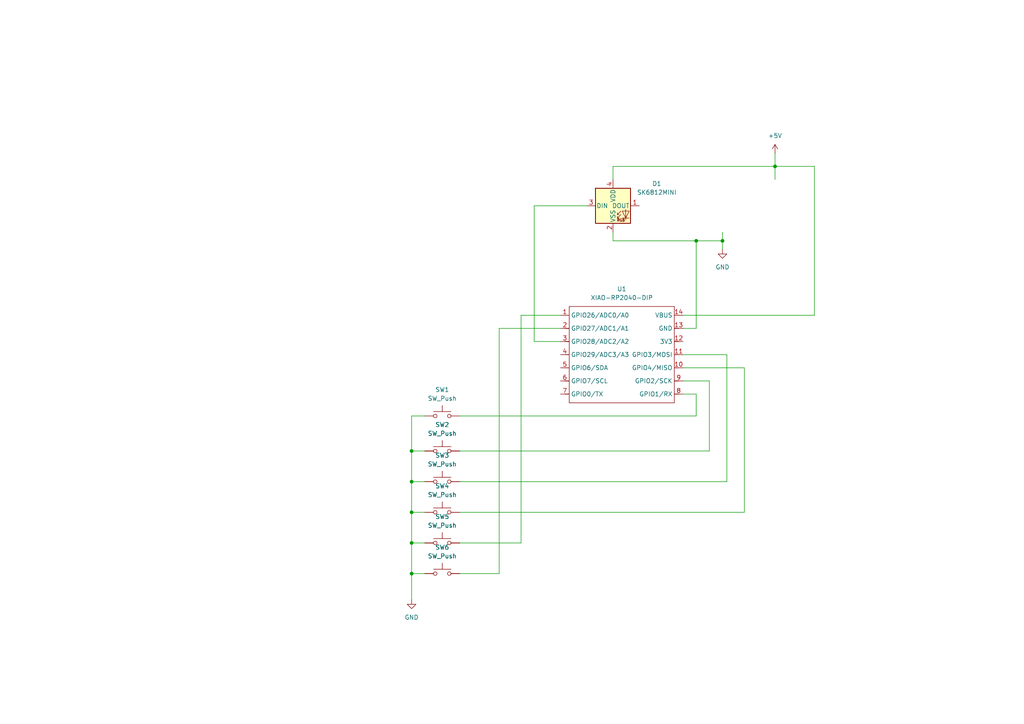
<source format=kicad_sch>
(kicad_sch
	(version 20250114)
	(generator "eeschema")
	(generator_version "9.0")
	(uuid "e983a2ca-16f0-4a09-bf22-026fa4a67b8b")
	(paper "A4")
	(lib_symbols
		(symbol "LED:SK6812MINI"
			(pin_names
				(offset 0.254)
			)
			(exclude_from_sim no)
			(in_bom yes)
			(on_board yes)
			(property "Reference" "D"
				(at 5.08 5.715 0)
				(effects
					(font
						(size 1.27 1.27)
					)
					(justify right bottom)
				)
			)
			(property "Value" "SK6812MINI"
				(at 1.27 -5.715 0)
				(effects
					(font
						(size 1.27 1.27)
					)
					(justify left top)
				)
			)
			(property "Footprint" "LED_SMD:LED_SK6812MINI_PLCC4_3.5x3.5mm_P1.75mm"
				(at 1.27 -7.62 0)
				(effects
					(font
						(size 1.27 1.27)
					)
					(justify left top)
					(hide yes)
				)
			)
			(property "Datasheet" "https://cdn-shop.adafruit.com/product-files/2686/SK6812MINI_REV.01-1-2.pdf"
				(at 2.54 -9.525 0)
				(effects
					(font
						(size 1.27 1.27)
					)
					(justify left top)
					(hide yes)
				)
			)
			(property "Description" "RGB LED with integrated controller"
				(at 0 0 0)
				(effects
					(font
						(size 1.27 1.27)
					)
					(hide yes)
				)
			)
			(property "ki_keywords" "RGB LED NeoPixel Mini addressable"
				(at 0 0 0)
				(effects
					(font
						(size 1.27 1.27)
					)
					(hide yes)
				)
			)
			(property "ki_fp_filters" "LED*SK6812MINI*PLCC*3.5x3.5mm*P1.75mm*"
				(at 0 0 0)
				(effects
					(font
						(size 1.27 1.27)
					)
					(hide yes)
				)
			)
			(symbol "SK6812MINI_0_0"
				(text "RGB"
					(at 2.286 -4.191 0)
					(effects
						(font
							(size 0.762 0.762)
						)
					)
				)
			)
			(symbol "SK6812MINI_0_1"
				(polyline
					(pts
						(xy 1.27 -2.54) (xy 1.778 -2.54)
					)
					(stroke
						(width 0)
						(type default)
					)
					(fill
						(type none)
					)
				)
				(polyline
					(pts
						(xy 1.27 -3.556) (xy 1.778 -3.556)
					)
					(stroke
						(width 0)
						(type default)
					)
					(fill
						(type none)
					)
				)
				(polyline
					(pts
						(xy 2.286 -1.524) (xy 1.27 -2.54) (xy 1.27 -2.032)
					)
					(stroke
						(width 0)
						(type default)
					)
					(fill
						(type none)
					)
				)
				(polyline
					(pts
						(xy 2.286 -2.54) (xy 1.27 -3.556) (xy 1.27 -3.048)
					)
					(stroke
						(width 0)
						(type default)
					)
					(fill
						(type none)
					)
				)
				(polyline
					(pts
						(xy 3.683 -1.016) (xy 3.683 -3.556) (xy 3.683 -4.064)
					)
					(stroke
						(width 0)
						(type default)
					)
					(fill
						(type none)
					)
				)
				(polyline
					(pts
						(xy 4.699 -1.524) (xy 2.667 -1.524) (xy 3.683 -3.556) (xy 4.699 -1.524)
					)
					(stroke
						(width 0)
						(type default)
					)
					(fill
						(type none)
					)
				)
				(polyline
					(pts
						(xy 4.699 -3.556) (xy 2.667 -3.556)
					)
					(stroke
						(width 0)
						(type default)
					)
					(fill
						(type none)
					)
				)
				(rectangle
					(start 5.08 5.08)
					(end -5.08 -5.08)
					(stroke
						(width 0.254)
						(type default)
					)
					(fill
						(type background)
					)
				)
			)
			(symbol "SK6812MINI_1_1"
				(pin input line
					(at -7.62 0 0)
					(length 2.54)
					(name "DIN"
						(effects
							(font
								(size 1.27 1.27)
							)
						)
					)
					(number "3"
						(effects
							(font
								(size 1.27 1.27)
							)
						)
					)
				)
				(pin power_in line
					(at 0 7.62 270)
					(length 2.54)
					(name "VDD"
						(effects
							(font
								(size 1.27 1.27)
							)
						)
					)
					(number "4"
						(effects
							(font
								(size 1.27 1.27)
							)
						)
					)
				)
				(pin power_in line
					(at 0 -7.62 90)
					(length 2.54)
					(name "VSS"
						(effects
							(font
								(size 1.27 1.27)
							)
						)
					)
					(number "2"
						(effects
							(font
								(size 1.27 1.27)
							)
						)
					)
				)
				(pin output line
					(at 7.62 0 180)
					(length 2.54)
					(name "DOUT"
						(effects
							(font
								(size 1.27 1.27)
							)
						)
					)
					(number "1"
						(effects
							(font
								(size 1.27 1.27)
							)
						)
					)
				)
			)
			(embedded_fonts no)
		)
		(symbol "Switch:SW_Push"
			(pin_numbers
				(hide yes)
			)
			(pin_names
				(offset 1.016)
				(hide yes)
			)
			(exclude_from_sim no)
			(in_bom yes)
			(on_board yes)
			(property "Reference" "SW"
				(at 1.27 2.54 0)
				(effects
					(font
						(size 1.27 1.27)
					)
					(justify left)
				)
			)
			(property "Value" "SW_Push"
				(at 0 -1.524 0)
				(effects
					(font
						(size 1.27 1.27)
					)
				)
			)
			(property "Footprint" ""
				(at 0 5.08 0)
				(effects
					(font
						(size 1.27 1.27)
					)
					(hide yes)
				)
			)
			(property "Datasheet" "~"
				(at 0 5.08 0)
				(effects
					(font
						(size 1.27 1.27)
					)
					(hide yes)
				)
			)
			(property "Description" "Push button switch, generic, two pins"
				(at 0 0 0)
				(effects
					(font
						(size 1.27 1.27)
					)
					(hide yes)
				)
			)
			(property "ki_keywords" "switch normally-open pushbutton push-button"
				(at 0 0 0)
				(effects
					(font
						(size 1.27 1.27)
					)
					(hide yes)
				)
			)
			(symbol "SW_Push_0_1"
				(circle
					(center -2.032 0)
					(radius 0.508)
					(stroke
						(width 0)
						(type default)
					)
					(fill
						(type none)
					)
				)
				(polyline
					(pts
						(xy 0 1.27) (xy 0 3.048)
					)
					(stroke
						(width 0)
						(type default)
					)
					(fill
						(type none)
					)
				)
				(circle
					(center 2.032 0)
					(radius 0.508)
					(stroke
						(width 0)
						(type default)
					)
					(fill
						(type none)
					)
				)
				(polyline
					(pts
						(xy 2.54 1.27) (xy -2.54 1.27)
					)
					(stroke
						(width 0)
						(type default)
					)
					(fill
						(type none)
					)
				)
				(pin passive line
					(at -5.08 0 0)
					(length 2.54)
					(name "1"
						(effects
							(font
								(size 1.27 1.27)
							)
						)
					)
					(number "1"
						(effects
							(font
								(size 1.27 1.27)
							)
						)
					)
				)
				(pin passive line
					(at 5.08 0 180)
					(length 2.54)
					(name "2"
						(effects
							(font
								(size 1.27 1.27)
							)
						)
					)
					(number "2"
						(effects
							(font
								(size 1.27 1.27)
							)
						)
					)
				)
			)
			(embedded_fonts no)
		)
		(symbol "power:+5V"
			(power)
			(pin_numbers
				(hide yes)
			)
			(pin_names
				(offset 0)
				(hide yes)
			)
			(exclude_from_sim no)
			(in_bom yes)
			(on_board yes)
			(property "Reference" "#PWR"
				(at 0 -3.81 0)
				(effects
					(font
						(size 1.27 1.27)
					)
					(hide yes)
				)
			)
			(property "Value" "+5V"
				(at 0 3.556 0)
				(effects
					(font
						(size 1.27 1.27)
					)
				)
			)
			(property "Footprint" ""
				(at 0 0 0)
				(effects
					(font
						(size 1.27 1.27)
					)
					(hide yes)
				)
			)
			(property "Datasheet" ""
				(at 0 0 0)
				(effects
					(font
						(size 1.27 1.27)
					)
					(hide yes)
				)
			)
			(property "Description" "Power symbol creates a global label with name \"+5V\""
				(at 0 0 0)
				(effects
					(font
						(size 1.27 1.27)
					)
					(hide yes)
				)
			)
			(property "ki_keywords" "global power"
				(at 0 0 0)
				(effects
					(font
						(size 1.27 1.27)
					)
					(hide yes)
				)
			)
			(symbol "+5V_0_1"
				(polyline
					(pts
						(xy -0.762 1.27) (xy 0 2.54)
					)
					(stroke
						(width 0)
						(type default)
					)
					(fill
						(type none)
					)
				)
				(polyline
					(pts
						(xy 0 2.54) (xy 0.762 1.27)
					)
					(stroke
						(width 0)
						(type default)
					)
					(fill
						(type none)
					)
				)
				(polyline
					(pts
						(xy 0 0) (xy 0 2.54)
					)
					(stroke
						(width 0)
						(type default)
					)
					(fill
						(type none)
					)
				)
			)
			(symbol "+5V_1_1"
				(pin power_in line
					(at 0 0 90)
					(length 0)
					(name "~"
						(effects
							(font
								(size 1.27 1.27)
							)
						)
					)
					(number "1"
						(effects
							(font
								(size 1.27 1.27)
							)
						)
					)
				)
			)
			(embedded_fonts no)
		)
		(symbol "power:GND"
			(power)
			(pin_numbers
				(hide yes)
			)
			(pin_names
				(offset 0)
				(hide yes)
			)
			(exclude_from_sim no)
			(in_bom yes)
			(on_board yes)
			(property "Reference" "#PWR"
				(at 0 -6.35 0)
				(effects
					(font
						(size 1.27 1.27)
					)
					(hide yes)
				)
			)
			(property "Value" "GND"
				(at 0 -3.81 0)
				(effects
					(font
						(size 1.27 1.27)
					)
				)
			)
			(property "Footprint" ""
				(at 0 0 0)
				(effects
					(font
						(size 1.27 1.27)
					)
					(hide yes)
				)
			)
			(property "Datasheet" ""
				(at 0 0 0)
				(effects
					(font
						(size 1.27 1.27)
					)
					(hide yes)
				)
			)
			(property "Description" "Power symbol creates a global label with name \"GND\" , ground"
				(at 0 0 0)
				(effects
					(font
						(size 1.27 1.27)
					)
					(hide yes)
				)
			)
			(property "ki_keywords" "global power"
				(at 0 0 0)
				(effects
					(font
						(size 1.27 1.27)
					)
					(hide yes)
				)
			)
			(symbol "GND_0_1"
				(polyline
					(pts
						(xy 0 0) (xy 0 -1.27) (xy 1.27 -1.27) (xy 0 -2.54) (xy -1.27 -1.27) (xy 0 -1.27)
					)
					(stroke
						(width 0)
						(type default)
					)
					(fill
						(type none)
					)
				)
			)
			(symbol "GND_1_1"
				(pin power_in line
					(at 0 0 270)
					(length 0)
					(name "~"
						(effects
							(font
								(size 1.27 1.27)
							)
						)
					)
					(number "1"
						(effects
							(font
								(size 1.27 1.27)
							)
						)
					)
				)
			)
			(embedded_fonts no)
		)
		(symbol "sos:XIAO-RP2040-DIP"
			(exclude_from_sim no)
			(in_bom yes)
			(on_board yes)
			(property "Reference" "U"
				(at 0 0 0)
				(effects
					(font
						(size 1.27 1.27)
					)
				)
			)
			(property "Value" "XIAO-RP2040-DIP"
				(at 5.334 -1.778 0)
				(effects
					(font
						(size 1.27 1.27)
					)
				)
			)
			(property "Footprint" "Module:MOUDLE14P-XIAO-DIP-SMD"
				(at 14.478 -32.258 0)
				(effects
					(font
						(size 1.27 1.27)
					)
					(hide yes)
				)
			)
			(property "Datasheet" ""
				(at 0 0 0)
				(effects
					(font
						(size 1.27 1.27)
					)
					(hide yes)
				)
			)
			(property "Description" ""
				(at 0 0 0)
				(effects
					(font
						(size 1.27 1.27)
					)
					(hide yes)
				)
			)
			(symbol "XIAO-RP2040-DIP_1_0"
				(polyline
					(pts
						(xy -1.27 -2.54) (xy 29.21 -2.54)
					)
					(stroke
						(width 0.1524)
						(type solid)
					)
					(fill
						(type none)
					)
				)
				(polyline
					(pts
						(xy -1.27 -5.08) (xy -2.54 -5.08)
					)
					(stroke
						(width 0.1524)
						(type solid)
					)
					(fill
						(type none)
					)
				)
				(polyline
					(pts
						(xy -1.27 -5.08) (xy -1.27 -2.54)
					)
					(stroke
						(width 0.1524)
						(type solid)
					)
					(fill
						(type none)
					)
				)
				(polyline
					(pts
						(xy -1.27 -8.89) (xy -2.54 -8.89)
					)
					(stroke
						(width 0.1524)
						(type solid)
					)
					(fill
						(type none)
					)
				)
				(polyline
					(pts
						(xy -1.27 -8.89) (xy -1.27 -5.08)
					)
					(stroke
						(width 0.1524)
						(type solid)
					)
					(fill
						(type none)
					)
				)
				(polyline
					(pts
						(xy -1.27 -12.7) (xy -2.54 -12.7)
					)
					(stroke
						(width 0.1524)
						(type solid)
					)
					(fill
						(type none)
					)
				)
				(polyline
					(pts
						(xy -1.27 -12.7) (xy -1.27 -8.89)
					)
					(stroke
						(width 0.1524)
						(type solid)
					)
					(fill
						(type none)
					)
				)
				(polyline
					(pts
						(xy -1.27 -16.51) (xy -2.54 -16.51)
					)
					(stroke
						(width 0.1524)
						(type solid)
					)
					(fill
						(type none)
					)
				)
				(polyline
					(pts
						(xy -1.27 -16.51) (xy -1.27 -12.7)
					)
					(stroke
						(width 0.1524)
						(type solid)
					)
					(fill
						(type none)
					)
				)
				(polyline
					(pts
						(xy -1.27 -20.32) (xy -2.54 -20.32)
					)
					(stroke
						(width 0.1524)
						(type solid)
					)
					(fill
						(type none)
					)
				)
				(polyline
					(pts
						(xy -1.27 -24.13) (xy -2.54 -24.13)
					)
					(stroke
						(width 0.1524)
						(type solid)
					)
					(fill
						(type none)
					)
				)
				(polyline
					(pts
						(xy -1.27 -27.94) (xy -2.54 -27.94)
					)
					(stroke
						(width 0.1524)
						(type solid)
					)
					(fill
						(type none)
					)
				)
				(polyline
					(pts
						(xy -1.27 -30.48) (xy -1.27 -16.51)
					)
					(stroke
						(width 0.1524)
						(type solid)
					)
					(fill
						(type none)
					)
				)
				(polyline
					(pts
						(xy 29.21 -2.54) (xy 29.21 -5.08)
					)
					(stroke
						(width 0.1524)
						(type solid)
					)
					(fill
						(type none)
					)
				)
				(polyline
					(pts
						(xy 29.21 -5.08) (xy 29.21 -8.89)
					)
					(stroke
						(width 0.1524)
						(type solid)
					)
					(fill
						(type none)
					)
				)
				(polyline
					(pts
						(xy 29.21 -8.89) (xy 29.21 -12.7)
					)
					(stroke
						(width 0.1524)
						(type solid)
					)
					(fill
						(type none)
					)
				)
				(polyline
					(pts
						(xy 29.21 -12.7) (xy 29.21 -30.48)
					)
					(stroke
						(width 0.1524)
						(type solid)
					)
					(fill
						(type none)
					)
				)
				(polyline
					(pts
						(xy 29.21 -30.48) (xy -1.27 -30.48)
					)
					(stroke
						(width 0.1524)
						(type solid)
					)
					(fill
						(type none)
					)
				)
				(polyline
					(pts
						(xy 30.48 -5.08) (xy 29.21 -5.08)
					)
					(stroke
						(width 0.1524)
						(type solid)
					)
					(fill
						(type none)
					)
				)
				(polyline
					(pts
						(xy 30.48 -8.89) (xy 29.21 -8.89)
					)
					(stroke
						(width 0.1524)
						(type solid)
					)
					(fill
						(type none)
					)
				)
				(polyline
					(pts
						(xy 30.48 -12.7) (xy 29.21 -12.7)
					)
					(stroke
						(width 0.1524)
						(type solid)
					)
					(fill
						(type none)
					)
				)
				(polyline
					(pts
						(xy 30.48 -16.51) (xy 29.21 -16.51)
					)
					(stroke
						(width 0.1524)
						(type solid)
					)
					(fill
						(type none)
					)
				)
				(polyline
					(pts
						(xy 30.48 -20.32) (xy 29.21 -20.32)
					)
					(stroke
						(width 0.1524)
						(type solid)
					)
					(fill
						(type none)
					)
				)
				(polyline
					(pts
						(xy 30.48 -24.13) (xy 29.21 -24.13)
					)
					(stroke
						(width 0.1524)
						(type solid)
					)
					(fill
						(type none)
					)
				)
				(polyline
					(pts
						(xy 30.48 -27.94) (xy 29.21 -27.94)
					)
					(stroke
						(width 0.1524)
						(type solid)
					)
					(fill
						(type none)
					)
				)
				(pin passive line
					(at -3.81 -5.08 0)
					(length 2.54)
					(name "GPIO26/ADC0/A0"
						(effects
							(font
								(size 1.27 1.27)
							)
						)
					)
					(number "1"
						(effects
							(font
								(size 1.27 1.27)
							)
						)
					)
				)
				(pin passive line
					(at -3.81 -8.89 0)
					(length 2.54)
					(name "GPIO27/ADC1/A1"
						(effects
							(font
								(size 1.27 1.27)
							)
						)
					)
					(number "2"
						(effects
							(font
								(size 1.27 1.27)
							)
						)
					)
				)
				(pin passive line
					(at -3.81 -12.7 0)
					(length 2.54)
					(name "GPIO28/ADC2/A2"
						(effects
							(font
								(size 1.27 1.27)
							)
						)
					)
					(number "3"
						(effects
							(font
								(size 1.27 1.27)
							)
						)
					)
				)
				(pin passive line
					(at -3.81 -16.51 0)
					(length 2.54)
					(name "GPIO29/ADC3/A3"
						(effects
							(font
								(size 1.27 1.27)
							)
						)
					)
					(number "4"
						(effects
							(font
								(size 1.27 1.27)
							)
						)
					)
				)
				(pin passive line
					(at -3.81 -20.32 0)
					(length 2.54)
					(name "GPIO6/SDA"
						(effects
							(font
								(size 1.27 1.27)
							)
						)
					)
					(number "5"
						(effects
							(font
								(size 1.27 1.27)
							)
						)
					)
				)
				(pin passive line
					(at -3.81 -24.13 0)
					(length 2.54)
					(name "GPIO7/SCL"
						(effects
							(font
								(size 1.27 1.27)
							)
						)
					)
					(number "6"
						(effects
							(font
								(size 1.27 1.27)
							)
						)
					)
				)
				(pin passive line
					(at -3.81 -27.94 0)
					(length 2.54)
					(name "GPIO0/TX"
						(effects
							(font
								(size 1.27 1.27)
							)
						)
					)
					(number "7"
						(effects
							(font
								(size 1.27 1.27)
							)
						)
					)
				)
				(pin passive line
					(at 31.75 -5.08 180)
					(length 2.54)
					(name "VBUS"
						(effects
							(font
								(size 1.27 1.27)
							)
						)
					)
					(number "14"
						(effects
							(font
								(size 1.27 1.27)
							)
						)
					)
				)
				(pin passive line
					(at 31.75 -8.89 180)
					(length 2.54)
					(name "GND"
						(effects
							(font
								(size 1.27 1.27)
							)
						)
					)
					(number "13"
						(effects
							(font
								(size 1.27 1.27)
							)
						)
					)
				)
				(pin passive line
					(at 31.75 -12.7 180)
					(length 2.54)
					(name "3V3"
						(effects
							(font
								(size 1.27 1.27)
							)
						)
					)
					(number "12"
						(effects
							(font
								(size 1.27 1.27)
							)
						)
					)
				)
				(pin passive line
					(at 31.75 -16.51 180)
					(length 2.54)
					(name "GPIO3/MOSI"
						(effects
							(font
								(size 1.27 1.27)
							)
						)
					)
					(number "11"
						(effects
							(font
								(size 1.27 1.27)
							)
						)
					)
				)
				(pin passive line
					(at 31.75 -20.32 180)
					(length 2.54)
					(name "GPIO4/MISO"
						(effects
							(font
								(size 1.27 1.27)
							)
						)
					)
					(number "10"
						(effects
							(font
								(size 1.27 1.27)
							)
						)
					)
				)
				(pin passive line
					(at 31.75 -24.13 180)
					(length 2.54)
					(name "GPIO2/SCK"
						(effects
							(font
								(size 1.27 1.27)
							)
						)
					)
					(number "9"
						(effects
							(font
								(size 1.27 1.27)
							)
						)
					)
				)
				(pin passive line
					(at 31.75 -27.94 180)
					(length 2.54)
					(name "GPIO1/RX"
						(effects
							(font
								(size 1.27 1.27)
							)
						)
					)
					(number "8"
						(effects
							(font
								(size 1.27 1.27)
							)
						)
					)
				)
			)
			(embedded_fonts no)
		)
	)
	(junction
		(at 119.38 148.59)
		(diameter 0)
		(color 0 0 0 0)
		(uuid "1eb7b770-7463-414f-841c-64e40a16643c")
	)
	(junction
		(at 119.38 166.37)
		(diameter 0)
		(color 0 0 0 0)
		(uuid "20d286ce-b222-4858-a41f-691ca2a8e0ae")
	)
	(junction
		(at 209.55 69.85)
		(diameter 0)
		(color 0 0 0 0)
		(uuid "2ddf8223-6fb5-4601-866d-123120f9b5bc")
	)
	(junction
		(at 224.79 48.26)
		(diameter 0)
		(color 0 0 0 0)
		(uuid "426b9660-60d9-46f2-951c-34d82d5b9195")
	)
	(junction
		(at 119.38 130.81)
		(diameter 0)
		(color 0 0 0 0)
		(uuid "8bc9135a-d877-401c-9f11-569bb54297d8")
	)
	(junction
		(at 201.93 69.85)
		(diameter 0)
		(color 0 0 0 0)
		(uuid "9860a8a1-0596-4b39-8363-80e374190ce5")
	)
	(junction
		(at 119.38 139.7)
		(diameter 0)
		(color 0 0 0 0)
		(uuid "ceef50d7-b1c3-49ad-96fc-5c94ccf758be")
	)
	(junction
		(at 119.38 157.48)
		(diameter 0)
		(color 0 0 0 0)
		(uuid "f61d11c5-43da-47cb-9061-5ecb0ebca538")
	)
	(wire
		(pts
			(xy 201.93 69.85) (xy 209.55 69.85)
		)
		(stroke
			(width 0)
			(type default)
		)
		(uuid "034dee4f-f92e-4c8d-a750-5863b7a92fbb")
	)
	(wire
		(pts
			(xy 215.9 106.68) (xy 198.12 106.68)
		)
		(stroke
			(width 0)
			(type default)
		)
		(uuid "038b5ec4-4eb9-4c47-be12-9f7ec2270bd3")
	)
	(wire
		(pts
			(xy 119.38 148.59) (xy 119.38 157.48)
		)
		(stroke
			(width 0)
			(type default)
		)
		(uuid "04832e4a-b3a1-4545-87fd-351a7964dcc5")
	)
	(wire
		(pts
			(xy 215.9 148.59) (xy 215.9 106.68)
		)
		(stroke
			(width 0)
			(type default)
		)
		(uuid "078ae053-ffe5-49f4-924a-55d843de285f")
	)
	(wire
		(pts
			(xy 236.22 91.44) (xy 236.22 48.26)
		)
		(stroke
			(width 0)
			(type default)
		)
		(uuid "0875f0ad-9b0f-4eda-98db-3c7bea47181f")
	)
	(wire
		(pts
			(xy 119.38 130.81) (xy 123.19 130.81)
		)
		(stroke
			(width 0)
			(type default)
		)
		(uuid "0de39bc4-9b75-4931-87a7-d95030e171f5")
	)
	(wire
		(pts
			(xy 119.38 157.48) (xy 123.19 157.48)
		)
		(stroke
			(width 0)
			(type default)
		)
		(uuid "0eac67d3-3d2d-4533-9130-a7f86cd461d0")
	)
	(wire
		(pts
			(xy 133.35 120.65) (xy 201.93 120.65)
		)
		(stroke
			(width 0)
			(type default)
		)
		(uuid "100ea1d7-32e6-4061-b199-ee86495b131e")
	)
	(wire
		(pts
			(xy 133.35 157.48) (xy 151.13 157.48)
		)
		(stroke
			(width 0)
			(type default)
		)
		(uuid "14547bc8-78d3-476d-88ac-07a5388c987d")
	)
	(wire
		(pts
			(xy 177.8 48.26) (xy 224.79 48.26)
		)
		(stroke
			(width 0)
			(type default)
		)
		(uuid "2e94e456-106c-4f34-843a-46ae0dd93687")
	)
	(wire
		(pts
			(xy 177.8 67.31) (xy 177.8 69.85)
		)
		(stroke
			(width 0)
			(type default)
		)
		(uuid "2f5bf04f-6f5e-49f4-920b-cdc38e43a7e5")
	)
	(wire
		(pts
			(xy 119.38 130.81) (xy 119.38 139.7)
		)
		(stroke
			(width 0)
			(type default)
		)
		(uuid "35f88be3-7968-4151-bb73-613c24203afa")
	)
	(wire
		(pts
			(xy 119.38 139.7) (xy 119.38 148.59)
		)
		(stroke
			(width 0)
			(type default)
		)
		(uuid "36ed1c1e-5e21-4330-a111-6050f29d443d")
	)
	(wire
		(pts
			(xy 119.38 148.59) (xy 123.19 148.59)
		)
		(stroke
			(width 0)
			(type default)
		)
		(uuid "3c23a868-6a49-4e65-9be4-9fbc6bc7e924")
	)
	(wire
		(pts
			(xy 210.82 139.7) (xy 210.82 102.87)
		)
		(stroke
			(width 0)
			(type default)
		)
		(uuid "4610752a-0345-4775-b9e4-9682fe9ef8ae")
	)
	(wire
		(pts
			(xy 205.74 130.81) (xy 205.74 110.49)
		)
		(stroke
			(width 0)
			(type default)
		)
		(uuid "4aae7760-5459-4428-9ba0-f7559bc498c9")
	)
	(wire
		(pts
			(xy 154.94 99.06) (xy 154.94 59.69)
		)
		(stroke
			(width 0)
			(type default)
		)
		(uuid "4b9e6a1f-236b-4706-8356-273741a225b2")
	)
	(wire
		(pts
			(xy 198.12 95.25) (xy 201.93 95.25)
		)
		(stroke
			(width 0)
			(type default)
		)
		(uuid "4c663add-88cf-4a1d-b4ac-fe8cab09fb38")
	)
	(wire
		(pts
			(xy 201.93 120.65) (xy 201.93 114.3)
		)
		(stroke
			(width 0)
			(type default)
		)
		(uuid "4ca8a10b-0103-47d3-a4e7-d5212c974ca3")
	)
	(wire
		(pts
			(xy 133.35 130.81) (xy 205.74 130.81)
		)
		(stroke
			(width 0)
			(type default)
		)
		(uuid "4e91d675-f61d-4193-b94f-4b32f82c96cb")
	)
	(wire
		(pts
			(xy 201.93 114.3) (xy 198.12 114.3)
		)
		(stroke
			(width 0)
			(type default)
		)
		(uuid "4f5d218b-743d-4537-9496-76e13cd15629")
	)
	(wire
		(pts
			(xy 209.55 69.85) (xy 209.55 67.31)
		)
		(stroke
			(width 0)
			(type default)
		)
		(uuid "5fde1eed-ac37-4bea-9ffb-4a5b76d7409b")
	)
	(wire
		(pts
			(xy 154.94 59.69) (xy 170.18 59.69)
		)
		(stroke
			(width 0)
			(type default)
		)
		(uuid "656e5c25-a388-4f15-ae09-a14d21111aaa")
	)
	(wire
		(pts
			(xy 133.35 139.7) (xy 210.82 139.7)
		)
		(stroke
			(width 0)
			(type default)
		)
		(uuid "68cf1a6c-bc1e-46b4-9a15-447c2ccd7349")
	)
	(wire
		(pts
			(xy 210.82 102.87) (xy 198.12 102.87)
		)
		(stroke
			(width 0)
			(type default)
		)
		(uuid "70eaff8c-567c-4b84-a28a-eb7b0be761e2")
	)
	(wire
		(pts
			(xy 144.78 166.37) (xy 144.78 95.25)
		)
		(stroke
			(width 0)
			(type default)
		)
		(uuid "7146b71d-f37a-495e-907f-94f215d35c82")
	)
	(wire
		(pts
			(xy 119.38 166.37) (xy 119.38 173.99)
		)
		(stroke
			(width 0)
			(type default)
		)
		(uuid "7c2693ea-9672-4aed-98c8-6b29b0d50a62")
	)
	(wire
		(pts
			(xy 236.22 48.26) (xy 224.79 48.26)
		)
		(stroke
			(width 0)
			(type default)
		)
		(uuid "7fdde572-5158-4e6f-85c3-3395548a2f40")
	)
	(wire
		(pts
			(xy 209.55 69.85) (xy 209.55 72.39)
		)
		(stroke
			(width 0)
			(type default)
		)
		(uuid "865be45e-8350-4613-800c-5755612d27ac")
	)
	(wire
		(pts
			(xy 119.38 166.37) (xy 123.19 166.37)
		)
		(stroke
			(width 0)
			(type default)
		)
		(uuid "903e9695-6759-4cba-b4d4-27de980ba798")
	)
	(wire
		(pts
			(xy 119.38 120.65) (xy 119.38 130.81)
		)
		(stroke
			(width 0)
			(type default)
		)
		(uuid "90f1ff85-427c-41d1-95b1-92525c8cef74")
	)
	(wire
		(pts
			(xy 151.13 157.48) (xy 151.13 91.44)
		)
		(stroke
			(width 0)
			(type default)
		)
		(uuid "94401226-20c4-4ec1-bfee-64330c582699")
	)
	(wire
		(pts
			(xy 133.35 148.59) (xy 215.9 148.59)
		)
		(stroke
			(width 0)
			(type default)
		)
		(uuid "959747bc-6c76-4084-b034-3ee56600da3f")
	)
	(wire
		(pts
			(xy 205.74 110.49) (xy 198.12 110.49)
		)
		(stroke
			(width 0)
			(type default)
		)
		(uuid "9bef3cb8-e02a-4527-9b96-609842a71fcc")
	)
	(wire
		(pts
			(xy 177.8 52.07) (xy 177.8 48.26)
		)
		(stroke
			(width 0)
			(type default)
		)
		(uuid "9e70d92b-9997-4723-8252-6959b2de4c7b")
	)
	(wire
		(pts
			(xy 177.8 69.85) (xy 201.93 69.85)
		)
		(stroke
			(width 0)
			(type default)
		)
		(uuid "a71a49fe-c82b-4c08-8636-e7fd49dfbfa4")
	)
	(wire
		(pts
			(xy 144.78 95.25) (xy 162.56 95.25)
		)
		(stroke
			(width 0)
			(type default)
		)
		(uuid "b878de2c-a7be-4da7-967a-90bbf00387e2")
	)
	(wire
		(pts
			(xy 151.13 91.44) (xy 162.56 91.44)
		)
		(stroke
			(width 0)
			(type default)
		)
		(uuid "bd3108fc-c53d-4077-b16a-fbcb39a115b8")
	)
	(wire
		(pts
			(xy 224.79 48.26) (xy 224.79 52.07)
		)
		(stroke
			(width 0)
			(type default)
		)
		(uuid "c11e4cf8-1fc9-4729-af46-6bd7c61d3160")
	)
	(wire
		(pts
			(xy 133.35 166.37) (xy 144.78 166.37)
		)
		(stroke
			(width 0)
			(type default)
		)
		(uuid "d3e994c7-f086-4511-a895-c2562da6f814")
	)
	(wire
		(pts
			(xy 198.12 91.44) (xy 236.22 91.44)
		)
		(stroke
			(width 0)
			(type default)
		)
		(uuid "e7f873ff-5a5b-46b3-812b-680b5da962e9")
	)
	(wire
		(pts
			(xy 119.38 139.7) (xy 123.19 139.7)
		)
		(stroke
			(width 0)
			(type default)
		)
		(uuid "f081c8ff-5769-4974-b3ac-1cf76285d3a7")
	)
	(wire
		(pts
			(xy 123.19 120.65) (xy 119.38 120.65)
		)
		(stroke
			(width 0)
			(type default)
		)
		(uuid "f1053d64-8607-4ec1-b732-5cca0d1a43d8")
	)
	(wire
		(pts
			(xy 201.93 95.25) (xy 201.93 69.85)
		)
		(stroke
			(width 0)
			(type default)
		)
		(uuid "f33fea6a-7827-4c0e-a100-3e73ffe8641a")
	)
	(wire
		(pts
			(xy 119.38 157.48) (xy 119.38 166.37)
		)
		(stroke
			(width 0)
			(type default)
		)
		(uuid "f7dea3b3-1fd1-436f-bcd4-bd78ef4d4425")
	)
	(wire
		(pts
			(xy 162.56 99.06) (xy 154.94 99.06)
		)
		(stroke
			(width 0)
			(type default)
		)
		(uuid "fba2ddc6-c027-49ea-95d2-acd9b104757b")
	)
	(wire
		(pts
			(xy 224.79 44.45) (xy 224.79 48.26)
		)
		(stroke
			(width 0)
			(type default)
		)
		(uuid "fc948a09-ed68-41fb-a2f0-adcbdad121ff")
	)
	(symbol
		(lib_id "sos:XIAO-RP2040-DIP")
		(at 166.37 86.36 0)
		(unit 1)
		(exclude_from_sim no)
		(in_bom yes)
		(on_board yes)
		(dnp no)
		(fields_autoplaced yes)
		(uuid "0c6efc04-9ff3-4660-b14a-cfc37e4ef69f")
		(property "Reference" "U1"
			(at 180.34 83.82 0)
			(effects
				(font
					(size 1.27 1.27)
				)
			)
		)
		(property "Value" "XIAO-RP2040-DIP"
			(at 180.34 86.36 0)
			(effects
				(font
					(size 1.27 1.27)
				)
			)
		)
		(property "Footprint" "sos:XIAO-RP2040-DIP"
			(at 180.848 118.618 0)
			(effects
				(font
					(size 1.27 1.27)
				)
				(hide yes)
			)
		)
		(property "Datasheet" ""
			(at 166.37 86.36 0)
			(effects
				(font
					(size 1.27 1.27)
				)
				(hide yes)
			)
		)
		(property "Description" ""
			(at 166.37 86.36 0)
			(effects
				(font
					(size 1.27 1.27)
				)
				(hide yes)
			)
		)
		(pin "8"
			(uuid "926b246c-98a4-40f3-9a2c-9dfdbd20aee3")
		)
		(pin "2"
			(uuid "cbabcb30-3414-455a-bcd1-7532852ef8df")
		)
		(pin "14"
			(uuid "5a18678f-7617-4d92-92ec-7fdb26e5fe00")
		)
		(pin "3"
			(uuid "74ac6091-b8bf-4a42-9ce7-b07c969e1af1")
		)
		(pin "4"
			(uuid "8e2526cc-4234-4e7c-b342-ed9399196a98")
		)
		(pin "10"
			(uuid "202ce837-da46-441c-b5dd-48d5745bde6f")
		)
		(pin "1"
			(uuid "9506cfd7-354a-43f2-9e78-8ab15cee292f")
		)
		(pin "13"
			(uuid "273a4f31-52a6-4796-86de-37f4bf2084c8")
		)
		(pin "12"
			(uuid "a501124a-4b6b-45f5-b9ff-a76f7ea899eb")
		)
		(pin "9"
			(uuid "c01f5abb-a334-4567-accd-47ccb889106d")
		)
		(pin "11"
			(uuid "b8de909d-8e50-48c9-9919-c7eca381be83")
		)
		(pin "5"
			(uuid "d0923c3e-622e-4235-a420-327299c9e9b2")
		)
		(pin "6"
			(uuid "5c954f23-6ae9-4982-8fe1-5de6bf9a8e0c")
		)
		(pin "7"
			(uuid "5b325b3c-a3c4-4bc4-9465-6ae57f5b07d0")
		)
		(instances
			(project ""
				(path "/e983a2ca-16f0-4a09-bf22-026fa4a67b8b"
					(reference "U1")
					(unit 1)
				)
			)
		)
	)
	(symbol
		(lib_id "Switch:SW_Push")
		(at 128.27 157.48 0)
		(unit 1)
		(exclude_from_sim no)
		(in_bom yes)
		(on_board yes)
		(dnp no)
		(fields_autoplaced yes)
		(uuid "112eb15b-ca4e-41f8-a60b-0a1549834f78")
		(property "Reference" "SW5"
			(at 128.27 149.86 0)
			(effects
				(font
					(size 1.27 1.27)
				)
			)
		)
		(property "Value" "SW_Push"
			(at 128.27 152.4 0)
			(effects
				(font
					(size 1.27 1.27)
				)
			)
		)
		(property "Footprint" "Button_Switch_Keyboard:SW_Cherry_MX_1.00u_PCB"
			(at 128.27 152.4 0)
			(effects
				(font
					(size 1.27 1.27)
				)
				(hide yes)
			)
		)
		(property "Datasheet" "~"
			(at 128.27 152.4 0)
			(effects
				(font
					(size 1.27 1.27)
				)
				(hide yes)
			)
		)
		(property "Description" "Push button switch, generic, two pins"
			(at 128.27 157.48 0)
			(effects
				(font
					(size 1.27 1.27)
				)
				(hide yes)
			)
		)
		(pin "1"
			(uuid "87abbcf4-1885-456e-9bb1-059a2fce25a8")
		)
		(pin "2"
			(uuid "462da795-8b6d-44b4-b4ff-79a7e44f2be0")
		)
		(instances
			(project "prototype"
				(path "/e983a2ca-16f0-4a09-bf22-026fa4a67b8b"
					(reference "SW5")
					(unit 1)
				)
			)
		)
	)
	(symbol
		(lib_id "Switch:SW_Push")
		(at 128.27 139.7 0)
		(unit 1)
		(exclude_from_sim no)
		(in_bom yes)
		(on_board yes)
		(dnp no)
		(fields_autoplaced yes)
		(uuid "12b23598-26eb-4433-9534-9d3689a508a1")
		(property "Reference" "SW3"
			(at 128.27 132.08 0)
			(effects
				(font
					(size 1.27 1.27)
				)
			)
		)
		(property "Value" "SW_Push"
			(at 128.27 134.62 0)
			(effects
				(font
					(size 1.27 1.27)
				)
			)
		)
		(property "Footprint" "Button_Switch_Keyboard:SW_Cherry_MX_1.00u_PCB"
			(at 128.27 134.62 0)
			(effects
				(font
					(size 1.27 1.27)
				)
				(hide yes)
			)
		)
		(property "Datasheet" "~"
			(at 128.27 134.62 0)
			(effects
				(font
					(size 1.27 1.27)
				)
				(hide yes)
			)
		)
		(property "Description" "Push button switch, generic, two pins"
			(at 128.27 139.7 0)
			(effects
				(font
					(size 1.27 1.27)
				)
				(hide yes)
			)
		)
		(pin "1"
			(uuid "8e0b58c2-9bcf-4afc-930b-ab3def91a1ba")
		)
		(pin "2"
			(uuid "169153a5-e79a-4952-9f5b-66f8618fee14")
		)
		(instances
			(project "prototype"
				(path "/e983a2ca-16f0-4a09-bf22-026fa4a67b8b"
					(reference "SW3")
					(unit 1)
				)
			)
		)
	)
	(symbol
		(lib_id "power:+5V")
		(at 224.79 44.45 0)
		(unit 1)
		(exclude_from_sim no)
		(in_bom yes)
		(on_board yes)
		(dnp no)
		(fields_autoplaced yes)
		(uuid "20d5e514-b408-4af7-987f-433738483ee6")
		(property "Reference" "#PWR02"
			(at 224.79 48.26 0)
			(effects
				(font
					(size 1.27 1.27)
				)
				(hide yes)
			)
		)
		(property "Value" "+5V"
			(at 224.79 39.37 0)
			(effects
				(font
					(size 1.27 1.27)
				)
			)
		)
		(property "Footprint" ""
			(at 224.79 44.45 0)
			(effects
				(font
					(size 1.27 1.27)
				)
				(hide yes)
			)
		)
		(property "Datasheet" ""
			(at 224.79 44.45 0)
			(effects
				(font
					(size 1.27 1.27)
				)
				(hide yes)
			)
		)
		(property "Description" "Power symbol creates a global label with name \"+5V\""
			(at 224.79 44.45 0)
			(effects
				(font
					(size 1.27 1.27)
				)
				(hide yes)
			)
		)
		(pin "1"
			(uuid "e3a8642d-bf82-449b-91fa-72a4f4ce02f6")
		)
		(instances
			(project ""
				(path "/e983a2ca-16f0-4a09-bf22-026fa4a67b8b"
					(reference "#PWR02")
					(unit 1)
				)
			)
		)
	)
	(symbol
		(lib_id "LED:SK6812MINI")
		(at 177.8 59.69 0)
		(unit 1)
		(exclude_from_sim no)
		(in_bom yes)
		(on_board yes)
		(dnp no)
		(fields_autoplaced yes)
		(uuid "2efda15c-9f10-4235-8fce-e5174f923f2c")
		(property "Reference" "D1"
			(at 190.5 53.2698 0)
			(effects
				(font
					(size 1.27 1.27)
				)
			)
		)
		(property "Value" "SK6812MINI"
			(at 190.5 55.8098 0)
			(effects
				(font
					(size 1.27 1.27)
				)
			)
		)
		(property "Footprint" "LED_SMD:LED_SK6812MINI_PLCC4_3.5x3.5mm_P1.75mm"
			(at 179.07 67.31 0)
			(effects
				(font
					(size 1.27 1.27)
				)
				(justify left top)
				(hide yes)
			)
		)
		(property "Datasheet" "https://cdn-shop.adafruit.com/product-files/2686/SK6812MINI_REV.01-1-2.pdf"
			(at 180.34 69.215 0)
			(effects
				(font
					(size 1.27 1.27)
				)
				(justify left top)
				(hide yes)
			)
		)
		(property "Description" "RGB LED with integrated controller"
			(at 177.8 59.69 0)
			(effects
				(font
					(size 1.27 1.27)
				)
				(hide yes)
			)
		)
		(pin "1"
			(uuid "42c4563a-b1a8-40d4-a86e-f4dba73aa32d")
		)
		(pin "4"
			(uuid "1483240b-801e-4305-b803-1105b5129290")
		)
		(pin "3"
			(uuid "596a459a-66a8-4068-bf1d-eba5f95e0771")
		)
		(pin "2"
			(uuid "d1c3c0d2-664f-4355-91b0-2179dd457bce")
		)
		(instances
			(project ""
				(path "/e983a2ca-16f0-4a09-bf22-026fa4a67b8b"
					(reference "D1")
					(unit 1)
				)
			)
		)
	)
	(symbol
		(lib_id "Switch:SW_Push")
		(at 128.27 148.59 0)
		(unit 1)
		(exclude_from_sim no)
		(in_bom yes)
		(on_board yes)
		(dnp no)
		(uuid "38feab65-d7be-4910-9ed3-fd5b073224d3")
		(property "Reference" "SW4"
			(at 128.27 140.97 0)
			(effects
				(font
					(size 1.27 1.27)
				)
			)
		)
		(property "Value" "SW_Push"
			(at 128.27 143.51 0)
			(effects
				(font
					(size 1.27 1.27)
				)
			)
		)
		(property "Footprint" "Button_Switch_Keyboard:SW_Cherry_MX_1.00u_PCB"
			(at 128.27 143.51 0)
			(effects
				(font
					(size 1.27 1.27)
				)
				(hide yes)
			)
		)
		(property "Datasheet" "~"
			(at 128.27 143.51 0)
			(effects
				(font
					(size 1.27 1.27)
				)
				(hide yes)
			)
		)
		(property "Description" "Push button switch, generic, two pins"
			(at 128.27 148.59 0)
			(effects
				(font
					(size 1.27 1.27)
				)
				(hide yes)
			)
		)
		(pin "1"
			(uuid "58b0f0dd-6116-43f1-bafd-442936ee4c14")
		)
		(pin "2"
			(uuid "60f02070-86ff-4e9d-affa-d28e5eb7143b")
		)
		(instances
			(project "prototype"
				(path "/e983a2ca-16f0-4a09-bf22-026fa4a67b8b"
					(reference "SW4")
					(unit 1)
				)
			)
		)
	)
	(symbol
		(lib_id "Switch:SW_Push")
		(at 128.27 166.37 0)
		(unit 1)
		(exclude_from_sim no)
		(in_bom yes)
		(on_board yes)
		(dnp no)
		(fields_autoplaced yes)
		(uuid "3d784b52-bd20-499c-aa0d-9307ab82cd5c")
		(property "Reference" "SW6"
			(at 128.27 158.75 0)
			(effects
				(font
					(size 1.27 1.27)
				)
			)
		)
		(property "Value" "SW_Push"
			(at 128.27 161.29 0)
			(effects
				(font
					(size 1.27 1.27)
				)
			)
		)
		(property "Footprint" "Button_Switch_Keyboard:SW_Cherry_MX_1.00u_PCB"
			(at 128.27 161.29 0)
			(effects
				(font
					(size 1.27 1.27)
				)
				(hide yes)
			)
		)
		(property "Datasheet" "~"
			(at 128.27 161.29 0)
			(effects
				(font
					(size 1.27 1.27)
				)
				(hide yes)
			)
		)
		(property "Description" "Push button switch, generic, two pins"
			(at 128.27 166.37 0)
			(effects
				(font
					(size 1.27 1.27)
				)
				(hide yes)
			)
		)
		(pin "1"
			(uuid "0d9f3889-612b-4cf7-b982-12ae23c8fcfa")
		)
		(pin "2"
			(uuid "19b9b47e-98b6-449a-8692-dd961cc40457")
		)
		(instances
			(project "prototype"
				(path "/e983a2ca-16f0-4a09-bf22-026fa4a67b8b"
					(reference "SW6")
					(unit 1)
				)
			)
		)
	)
	(symbol
		(lib_id "power:GND")
		(at 209.55 72.39 0)
		(unit 1)
		(exclude_from_sim no)
		(in_bom yes)
		(on_board yes)
		(dnp no)
		(fields_autoplaced yes)
		(uuid "44597049-6dc3-4bc3-b756-9d93fe711bf1")
		(property "Reference" "#PWR01"
			(at 209.55 78.74 0)
			(effects
				(font
					(size 1.27 1.27)
				)
				(hide yes)
			)
		)
		(property "Value" "GND"
			(at 209.55 77.47 0)
			(effects
				(font
					(size 1.27 1.27)
				)
			)
		)
		(property "Footprint" ""
			(at 209.55 72.39 0)
			(effects
				(font
					(size 1.27 1.27)
				)
				(hide yes)
			)
		)
		(property "Datasheet" ""
			(at 209.55 72.39 0)
			(effects
				(font
					(size 1.27 1.27)
				)
				(hide yes)
			)
		)
		(property "Description" "Power symbol creates a global label with name \"GND\" , ground"
			(at 209.55 72.39 0)
			(effects
				(font
					(size 1.27 1.27)
				)
				(hide yes)
			)
		)
		(pin "1"
			(uuid "3571a429-e306-40dc-8e11-d3a7f7535cfd")
		)
		(instances
			(project ""
				(path "/e983a2ca-16f0-4a09-bf22-026fa4a67b8b"
					(reference "#PWR01")
					(unit 1)
				)
			)
		)
	)
	(symbol
		(lib_id "power:GND")
		(at 119.38 173.99 0)
		(unit 1)
		(exclude_from_sim no)
		(in_bom yes)
		(on_board yes)
		(dnp no)
		(fields_autoplaced yes)
		(uuid "81ca6128-fa7b-44bf-a544-99d33de90842")
		(property "Reference" "#PWR03"
			(at 119.38 180.34 0)
			(effects
				(font
					(size 1.27 1.27)
				)
				(hide yes)
			)
		)
		(property "Value" "GND"
			(at 119.38 179.07 0)
			(effects
				(font
					(size 1.27 1.27)
				)
			)
		)
		(property "Footprint" ""
			(at 119.38 173.99 0)
			(effects
				(font
					(size 1.27 1.27)
				)
				(hide yes)
			)
		)
		(property "Datasheet" ""
			(at 119.38 173.99 0)
			(effects
				(font
					(size 1.27 1.27)
				)
				(hide yes)
			)
		)
		(property "Description" "Power symbol creates a global label with name \"GND\" , ground"
			(at 119.38 173.99 0)
			(effects
				(font
					(size 1.27 1.27)
				)
				(hide yes)
			)
		)
		(pin "1"
			(uuid "260272ae-39d5-450b-8e67-a0e9458322de")
		)
		(instances
			(project "prototype"
				(path "/e983a2ca-16f0-4a09-bf22-026fa4a67b8b"
					(reference "#PWR03")
					(unit 1)
				)
			)
		)
	)
	(symbol
		(lib_id "Switch:SW_Push")
		(at 128.27 120.65 0)
		(unit 1)
		(exclude_from_sim no)
		(in_bom yes)
		(on_board yes)
		(dnp no)
		(fields_autoplaced yes)
		(uuid "cb3079fb-5735-4174-a8ef-2fba34280e37")
		(property "Reference" "SW1"
			(at 128.27 113.03 0)
			(effects
				(font
					(size 1.27 1.27)
				)
			)
		)
		(property "Value" "SW_Push"
			(at 128.27 115.57 0)
			(effects
				(font
					(size 1.27 1.27)
				)
			)
		)
		(property "Footprint" "Button_Switch_Keyboard:SW_Cherry_MX_1.00u_PCB"
			(at 128.27 115.57 0)
			(effects
				(font
					(size 1.27 1.27)
				)
				(hide yes)
			)
		)
		(property "Datasheet" "~"
			(at 128.27 115.57 0)
			(effects
				(font
					(size 1.27 1.27)
				)
				(hide yes)
			)
		)
		(property "Description" "Push button switch, generic, two pins"
			(at 128.27 120.65 0)
			(effects
				(font
					(size 1.27 1.27)
				)
				(hide yes)
			)
		)
		(pin "1"
			(uuid "63227cdf-cdec-482b-bf48-9c88772086e7")
		)
		(pin "2"
			(uuid "ba13efc8-d249-4901-852e-f36baf57ea4b")
		)
		(instances
			(project ""
				(path "/e983a2ca-16f0-4a09-bf22-026fa4a67b8b"
					(reference "SW1")
					(unit 1)
				)
			)
		)
	)
	(symbol
		(lib_id "Switch:SW_Push")
		(at 128.27 130.81 0)
		(unit 1)
		(exclude_from_sim no)
		(in_bom yes)
		(on_board yes)
		(dnp no)
		(fields_autoplaced yes)
		(uuid "ec3f38c1-83bd-461d-9935-e3299af9e9ed")
		(property "Reference" "SW2"
			(at 128.27 123.19 0)
			(effects
				(font
					(size 1.27 1.27)
				)
			)
		)
		(property "Value" "SW_Push"
			(at 128.27 125.73 0)
			(effects
				(font
					(size 1.27 1.27)
				)
			)
		)
		(property "Footprint" "Button_Switch_Keyboard:SW_Cherry_MX_1.00u_PCB"
			(at 128.27 125.73 0)
			(effects
				(font
					(size 1.27 1.27)
				)
				(hide yes)
			)
		)
		(property "Datasheet" "~"
			(at 128.27 125.73 0)
			(effects
				(font
					(size 1.27 1.27)
				)
				(hide yes)
			)
		)
		(property "Description" "Push button switch, generic, two pins"
			(at 128.27 130.81 0)
			(effects
				(font
					(size 1.27 1.27)
				)
				(hide yes)
			)
		)
		(pin "1"
			(uuid "28c383f4-22d3-41c1-8a0d-de4d3050a28f")
		)
		(pin "2"
			(uuid "bea608bd-96a8-4c4b-bec0-c9b68c5a9c0b")
		)
		(instances
			(project "prototype"
				(path "/e983a2ca-16f0-4a09-bf22-026fa4a67b8b"
					(reference "SW2")
					(unit 1)
				)
			)
		)
	)
	(sheet_instances
		(path "/"
			(page "1")
		)
	)
	(embedded_fonts no)
)

</source>
